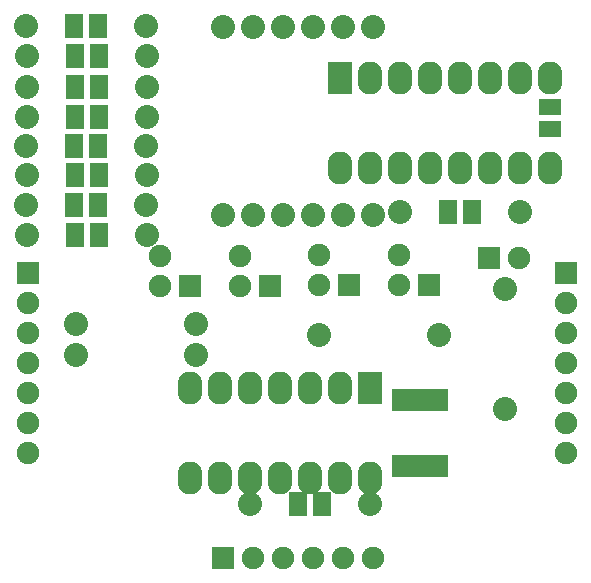
<source format=gbs>
G04 (created by PCBNEW-RS274X (2011-05-25)-stable) date Sun 14 Oct 2012 04:31:26 PM CDT*
G01*
G70*
G90*
%MOIN*%
G04 Gerber Fmt 3.4, Leading zero omitted, Abs format*
%FSLAX34Y34*%
G04 APERTURE LIST*
%ADD10C,0.006000*%
%ADD11R,0.075000X0.075000*%
%ADD12C,0.075000*%
%ADD13R,0.082000X0.110000*%
%ADD14O,0.082000X0.110000*%
%ADD15C,0.080000*%
%ADD16R,0.060000X0.080000*%
%ADD17R,0.037000X0.075000*%
%ADD18R,0.075000X0.055000*%
G04 APERTURE END LIST*
G54D10*
G54D11*
X16200Y-08500D03*
G54D12*
X17200Y-08500D03*
G54D13*
X12250Y-12850D03*
G54D14*
X11250Y-12850D03*
X10250Y-12850D03*
X09250Y-12850D03*
X08250Y-12850D03*
X07250Y-12850D03*
X06250Y-12850D03*
X06250Y-15850D03*
X07250Y-15850D03*
X08250Y-15850D03*
X09250Y-15850D03*
X10250Y-15850D03*
X11250Y-15850D03*
X12250Y-15850D03*
G54D15*
X07343Y-07062D03*
X08343Y-07062D03*
X09343Y-07062D03*
X10343Y-07062D03*
X11343Y-07062D03*
X12343Y-07062D03*
X07343Y-00812D03*
X08343Y-00812D03*
X09343Y-00812D03*
X10343Y-00812D03*
X11343Y-00812D03*
X12343Y-00812D03*
X13225Y-06975D03*
X17225Y-06975D03*
G54D16*
X14825Y-06975D03*
X15625Y-06975D03*
G54D15*
X12250Y-16725D03*
X08250Y-16725D03*
G54D16*
X10650Y-16725D03*
X09850Y-16725D03*
G54D17*
X13140Y-13250D03*
X13390Y-13250D03*
X13650Y-13250D03*
X13900Y-13250D03*
X14160Y-13250D03*
X14415Y-13250D03*
X14670Y-13250D03*
X14670Y-15450D03*
X14415Y-15450D03*
X14160Y-15450D03*
X13900Y-15450D03*
X13645Y-15450D03*
X13390Y-15450D03*
X13135Y-15450D03*
G54D11*
X00825Y-09000D03*
G54D12*
X00825Y-10000D03*
X00825Y-11000D03*
X00825Y-12000D03*
X00825Y-13000D03*
X00825Y-14000D03*
X00825Y-15000D03*
G54D11*
X18775Y-09000D03*
G54D12*
X18775Y-10000D03*
X18775Y-11000D03*
X18775Y-12000D03*
X18775Y-13000D03*
X18775Y-14000D03*
X18775Y-15000D03*
G54D18*
X18225Y-04225D03*
X18225Y-03475D03*
G54D11*
X07343Y-18504D03*
G54D12*
X08343Y-18504D03*
X09343Y-18504D03*
X10343Y-18504D03*
X11343Y-18504D03*
X12343Y-18504D03*
G54D15*
X06450Y-10700D03*
X02450Y-10700D03*
X06450Y-11750D03*
X02450Y-11750D03*
X10550Y-11075D03*
X14550Y-11075D03*
X16750Y-09550D03*
X16750Y-13550D03*
G54D11*
X06250Y-09450D03*
G54D12*
X05250Y-09450D03*
X05250Y-08450D03*
G54D11*
X08900Y-09450D03*
G54D12*
X07900Y-09450D03*
X07900Y-08450D03*
G54D11*
X11550Y-09400D03*
G54D12*
X10550Y-09400D03*
X10550Y-08400D03*
G54D11*
X14200Y-09400D03*
G54D12*
X13200Y-09400D03*
X13200Y-08400D03*
G54D13*
X11250Y-02500D03*
G54D14*
X12250Y-02500D03*
X13250Y-02500D03*
X14250Y-02500D03*
X15250Y-02500D03*
X16250Y-02500D03*
X17250Y-02500D03*
X18250Y-02500D03*
X18250Y-05500D03*
X17250Y-05500D03*
X16250Y-05500D03*
X15250Y-05500D03*
X14250Y-05500D03*
X13250Y-05500D03*
X12250Y-05500D03*
X11250Y-05500D03*
G54D15*
X00775Y-06750D03*
X04775Y-06750D03*
G54D16*
X02375Y-06750D03*
X03175Y-06750D03*
G54D15*
X00800Y-02800D03*
X04800Y-02800D03*
G54D16*
X02400Y-02800D03*
X03200Y-02800D03*
G54D15*
X00800Y-03800D03*
X04800Y-03800D03*
G54D16*
X02400Y-03800D03*
X03200Y-03800D03*
G54D15*
X00775Y-04775D03*
X04775Y-04775D03*
G54D16*
X02375Y-04775D03*
X03175Y-04775D03*
G54D15*
X00800Y-05750D03*
X04800Y-05750D03*
G54D16*
X02400Y-05750D03*
X03200Y-05750D03*
G54D15*
X00789Y-01775D03*
X04789Y-01775D03*
G54D16*
X02389Y-01775D03*
X03189Y-01775D03*
G54D15*
X00775Y-00775D03*
X04775Y-00775D03*
G54D16*
X02375Y-00775D03*
X03175Y-00775D03*
G54D15*
X00800Y-07750D03*
X04800Y-07750D03*
G54D16*
X02400Y-07750D03*
X03200Y-07750D03*
M02*

</source>
